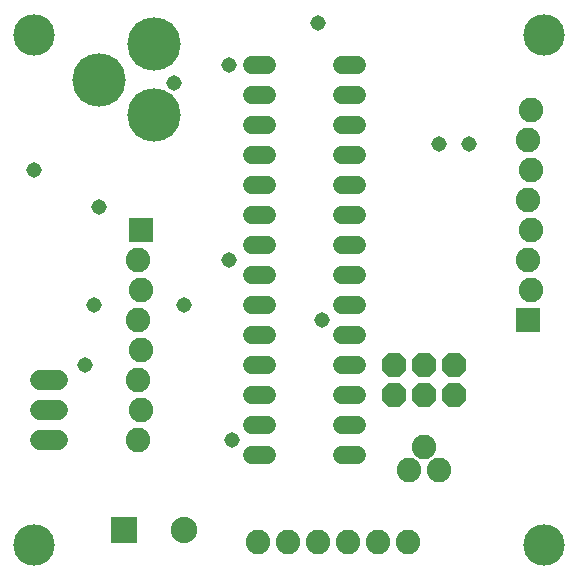
<source format=gbs>
G75*
%MOIN*%
%OFA0B0*%
%FSLAX25Y25*%
%IPPOS*%
%LPD*%
%AMOC8*
5,1,8,0,0,1.08239X$1,22.5*
%
%ADD10C,0.13800*%
%ADD11R,0.08200X0.08200*%
%ADD12C,0.08200*%
%ADD13OC8,0.08200*%
%ADD14C,0.17800*%
%ADD15R,0.08800X0.08800*%
%ADD16C,0.08800*%
%ADD17C,0.06800*%
%ADD18C,0.06000*%
%ADD19C,0.05156*%
D10*
X0123333Y0016000D03*
X0293333Y0016000D03*
X0293333Y0186000D03*
X0123333Y0186000D03*
D11*
X0158833Y0121000D03*
X0287833Y0091000D03*
D12*
X0288833Y0101000D03*
X0287833Y0111000D03*
X0288833Y0121000D03*
X0287833Y0131000D03*
X0288833Y0141000D03*
X0287833Y0151000D03*
X0288833Y0161000D03*
X0157833Y0111000D03*
X0158833Y0101000D03*
X0157833Y0091000D03*
X0158833Y0081000D03*
X0157833Y0071000D03*
X0158833Y0061000D03*
X0157833Y0051000D03*
X0197833Y0017000D03*
X0207833Y0017000D03*
X0217833Y0017000D03*
X0227833Y0017000D03*
X0237833Y0017000D03*
X0247833Y0017000D03*
X0248333Y0041000D03*
X0253333Y0048500D03*
X0258333Y0041000D03*
D13*
X0253333Y0066000D03*
X0243333Y0066000D03*
X0243333Y0076000D03*
X0253333Y0076000D03*
X0263333Y0076000D03*
X0263333Y0066000D03*
D14*
X0163333Y0159063D03*
X0144829Y0170874D03*
X0163333Y0182685D03*
D15*
X0153333Y0021000D03*
D16*
X0173018Y0021000D03*
D17*
X0131333Y0051000D02*
X0125333Y0051000D01*
X0125333Y0061000D02*
X0131333Y0061000D01*
X0131333Y0071000D02*
X0125333Y0071000D01*
D18*
X0195733Y0066000D02*
X0200933Y0066000D01*
X0200933Y0056000D02*
X0195733Y0056000D01*
X0195733Y0046000D02*
X0200933Y0046000D01*
X0225733Y0046000D02*
X0230933Y0046000D01*
X0230933Y0056000D02*
X0225733Y0056000D01*
X0225733Y0066000D02*
X0230933Y0066000D01*
X0230933Y0076000D02*
X0225733Y0076000D01*
X0225733Y0086000D02*
X0230933Y0086000D01*
X0230933Y0096000D02*
X0225733Y0096000D01*
X0225733Y0106000D02*
X0230933Y0106000D01*
X0230933Y0116000D02*
X0225733Y0116000D01*
X0225733Y0126000D02*
X0230933Y0126000D01*
X0230933Y0136000D02*
X0225733Y0136000D01*
X0225733Y0146000D02*
X0230933Y0146000D01*
X0230933Y0156000D02*
X0225733Y0156000D01*
X0225733Y0166000D02*
X0230933Y0166000D01*
X0230933Y0176000D02*
X0225733Y0176000D01*
X0200933Y0176000D02*
X0195733Y0176000D01*
X0195733Y0166000D02*
X0200933Y0166000D01*
X0200933Y0156000D02*
X0195733Y0156000D01*
X0195733Y0146000D02*
X0200933Y0146000D01*
X0200933Y0136000D02*
X0195733Y0136000D01*
X0195733Y0126000D02*
X0200933Y0126000D01*
X0200933Y0116000D02*
X0195733Y0116000D01*
X0195733Y0106000D02*
X0200933Y0106000D01*
X0200933Y0096000D02*
X0195733Y0096000D01*
X0195733Y0086000D02*
X0200933Y0086000D01*
X0200933Y0076000D02*
X0195733Y0076000D01*
D19*
X0219333Y0091000D03*
X0188333Y0111000D03*
X0173333Y0096000D03*
X0143333Y0096000D03*
X0140333Y0076000D03*
X0189333Y0051000D03*
X0144829Y0128500D03*
X0123333Y0141000D03*
X0169833Y0170000D03*
X0188333Y0176000D03*
X0217833Y0190000D03*
X0258333Y0149500D03*
X0268333Y0149500D03*
M02*

</source>
